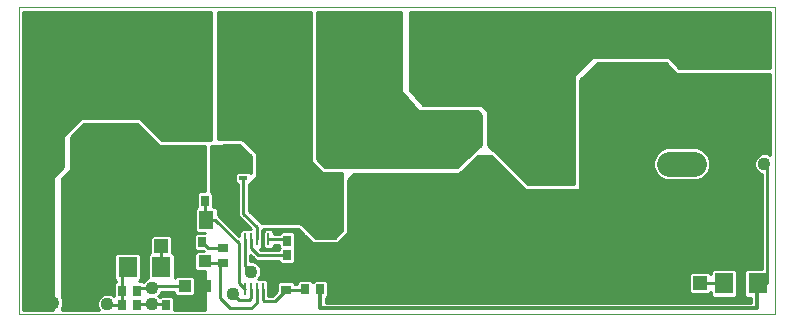
<source format=gtl>
G75*
G70*
%OFA0B0*%
%FSLAX24Y24*%
%IPPOS*%
%LPD*%
%AMOC8*
5,1,8,0,0,1.08239X$1,22.5*
%
%ADD10C,0.0000*%
%ADD11R,0.0098X0.0394*%
%ADD12R,0.0630X0.1063*%
%ADD13R,0.0433X0.0394*%
%ADD14R,0.0276X0.0354*%
%ADD15R,0.0354X0.0276*%
%ADD16R,0.0512X0.0591*%
%ADD17R,0.0630X0.0787*%
%ADD18R,0.0941X0.3740*%
%ADD19R,0.3429X0.0937*%
%ADD20R,0.2453X0.2654*%
%ADD21R,0.0898X0.0639*%
%ADD22R,0.0315X0.0134*%
%ADD23R,0.0512X0.0134*%
%ADD24R,0.0673X0.0902*%
%ADD25C,0.0827*%
%ADD26R,0.0358X0.0480*%
%ADD27R,0.0472X0.0472*%
%ADD28R,0.0630X0.0710*%
%ADD29C,0.0594*%
%ADD30C,0.0436*%
%ADD31C,0.0100*%
%ADD32C,0.0120*%
D10*
X003235Y004959D02*
X003235Y015195D01*
X028432Y015195D01*
X028432Y004959D01*
X003235Y004959D01*
D11*
X010765Y005800D03*
X010962Y005800D03*
X011159Y005800D03*
X011355Y005800D03*
X011552Y005800D03*
X011552Y007464D03*
X011355Y007464D03*
X011159Y007464D03*
X010962Y007464D03*
X010765Y007464D03*
D12*
X005066Y007616D03*
X003964Y007616D03*
X003964Y006337D03*
X005066Y006337D03*
X005066Y008896D03*
X003964Y008896D03*
X012527Y010667D03*
X013629Y010667D03*
X013629Y011947D03*
X012527Y011947D03*
X012527Y013226D03*
X013629Y013226D03*
X013629Y014506D03*
X012527Y014506D03*
D13*
X009426Y006730D03*
X008757Y006730D03*
X008757Y005894D03*
X009426Y005894D03*
D14*
X008659Y005254D03*
X008147Y005254D03*
X007182Y005254D03*
X006670Y005254D03*
X006670Y005746D03*
X007182Y005746D03*
X008836Y007370D03*
X009347Y007370D03*
X009426Y008748D03*
X009938Y008748D03*
X012182Y007419D03*
X012694Y007419D03*
X012694Y006927D03*
X012182Y006927D03*
X012773Y005795D03*
X013284Y005795D03*
D15*
X012143Y005786D03*
X012143Y006297D03*
X010027Y006671D03*
X010027Y007183D03*
D16*
X009475Y008108D03*
X008806Y008108D03*
D17*
X008885Y009880D03*
X009987Y009880D03*
D18*
X011090Y012882D03*
X008471Y012882D03*
D19*
X016720Y011091D03*
X016720Y008473D03*
D20*
X018033Y013423D03*
D21*
X015220Y012526D03*
X015220Y014321D03*
D22*
X010716Y010264D03*
X010716Y010008D03*
X010716Y009752D03*
X010716Y009496D03*
D23*
X011798Y009496D03*
X011798Y009752D03*
X011798Y010008D03*
X011798Y010264D03*
D24*
X011462Y009880D03*
D25*
X006700Y010569D02*
X005873Y010569D01*
X005873Y012537D02*
X006700Y012537D01*
X024918Y012242D02*
X025745Y012242D01*
X025745Y014211D02*
X024918Y014211D01*
X024918Y009978D02*
X025745Y009978D01*
X025745Y008010D02*
X024918Y008010D01*
D26*
X005159Y005352D03*
X003871Y005352D03*
D27*
X007153Y007223D03*
X007979Y007223D03*
X025115Y005992D03*
X025942Y005992D03*
D28*
X026740Y005992D03*
X027860Y005992D03*
X007978Y006534D03*
X006859Y006534D03*
D29*
X021050Y007961D03*
X021050Y009929D03*
X022534Y012334D03*
X021142Y013726D03*
D30*
X020460Y014161D03*
X021838Y014654D03*
X023659Y014211D03*
X025381Y013473D03*
X026907Y013866D03*
X027546Y011799D03*
X024692Y011455D03*
X022723Y011750D03*
X021001Y011701D03*
X020509Y012341D03*
X020706Y012882D03*
X019279Y011750D03*
X019525Y011160D03*
X018934Y009782D03*
X019279Y008847D03*
X021641Y007518D03*
X021887Y008305D03*
X023708Y007518D03*
X025086Y006681D03*
X025430Y007223D03*
X023954Y006337D03*
X023757Y005549D03*
X021739Y005549D03*
X019721Y005549D03*
X017753Y005549D03*
X015538Y005549D03*
X014111Y005549D03*
X014210Y006435D03*
X014800Y006829D03*
X014456Y007518D03*
X015489Y007518D03*
X013471Y007075D03*
X012684Y006386D03*
X011651Y006435D03*
X010962Y006386D03*
X010371Y005648D03*
X007664Y005845D03*
X007664Y005303D03*
X006188Y005303D03*
X005893Y006484D03*
X006533Y007419D03*
X005893Y008108D03*
X007123Y008994D03*
X007812Y008305D03*
X008550Y008945D03*
X007960Y010077D03*
X005893Y009339D03*
X010223Y011061D03*
X010223Y011652D03*
X010223Y012242D03*
X010223Y012882D03*
X010223Y013522D03*
X010223Y014112D03*
X010223Y014752D03*
X007615Y014801D03*
X006483Y014801D03*
X006483Y014112D03*
X007615Y014063D03*
X007615Y012980D03*
X007566Y011849D03*
X004810Y012193D03*
X003678Y012242D03*
X003678Y013276D03*
X004958Y014112D03*
X004958Y014801D03*
X003727Y014703D03*
X011355Y010667D03*
X011897Y010667D03*
X012389Y009831D03*
X012930Y009831D03*
X017655Y007469D03*
X019672Y007469D03*
X022527Y009634D03*
X023708Y010126D03*
X026513Y009043D03*
X028088Y009978D03*
X027349Y007567D03*
X016473Y012685D03*
X016473Y013226D03*
X016473Y013817D03*
X016473Y014358D03*
X004367Y005352D03*
D31*
X003871Y005352D01*
X003385Y005353D02*
X004367Y005353D01*
X004367Y005451D02*
X003385Y005451D01*
X003385Y005550D02*
X004367Y005550D01*
X004367Y005649D02*
X003385Y005649D01*
X003385Y005747D02*
X004367Y005747D01*
X004367Y005846D02*
X003385Y005846D01*
X003385Y005944D02*
X004367Y005944D01*
X004367Y006043D02*
X003385Y006043D01*
X003385Y006141D02*
X004367Y006141D01*
X004367Y006240D02*
X003385Y006240D01*
X003385Y006338D02*
X004367Y006338D01*
X004367Y006437D02*
X003385Y006437D01*
X003385Y006535D02*
X004367Y006535D01*
X004367Y006634D02*
X003385Y006634D01*
X003385Y006733D02*
X004367Y006733D01*
X004367Y006831D02*
X003385Y006831D01*
X003385Y006930D02*
X004367Y006930D01*
X004367Y007028D02*
X003385Y007028D01*
X003385Y007127D02*
X004367Y007127D01*
X004367Y007225D02*
X003385Y007225D01*
X003385Y007324D02*
X004367Y007324D01*
X004367Y007422D02*
X003385Y007422D01*
X003385Y007521D02*
X004367Y007521D01*
X004367Y007619D02*
X003385Y007619D01*
X003385Y007718D02*
X004367Y007718D01*
X004367Y007816D02*
X003385Y007816D01*
X003385Y007915D02*
X004367Y007915D01*
X004367Y008014D02*
X003385Y008014D01*
X003385Y008112D02*
X004367Y008112D01*
X004367Y008211D02*
X003385Y008211D01*
X003385Y008309D02*
X004367Y008309D01*
X004367Y008408D02*
X003385Y008408D01*
X003385Y008506D02*
X004367Y008506D01*
X004367Y008605D02*
X003385Y008605D01*
X003385Y008703D02*
X004367Y008703D01*
X004367Y008802D02*
X003385Y008802D01*
X003385Y008900D02*
X004367Y008900D01*
X004367Y008999D02*
X003385Y008999D01*
X003385Y009098D02*
X004367Y009098D01*
X004367Y009196D02*
X003385Y009196D01*
X003385Y009295D02*
X004367Y009295D01*
X004367Y009393D02*
X003385Y009393D01*
X003385Y009492D02*
X004367Y009492D01*
X004367Y009536D02*
X004367Y005109D01*
X003385Y005109D01*
X003385Y015045D01*
X009633Y015045D01*
X009633Y010766D01*
X008009Y010766D01*
X007271Y011504D01*
X005302Y011504D01*
X004712Y010913D01*
X004712Y009880D01*
X004367Y009536D01*
X004422Y009590D02*
X003385Y009590D01*
X003385Y009689D02*
X004520Y009689D01*
X004619Y009787D02*
X003385Y009787D01*
X003385Y009886D02*
X004712Y009886D01*
X004712Y009984D02*
X003385Y009984D01*
X003385Y010083D02*
X004712Y010083D01*
X004712Y010182D02*
X003385Y010182D01*
X003385Y010280D02*
X004712Y010280D01*
X004712Y010379D02*
X003385Y010379D01*
X003385Y010477D02*
X004712Y010477D01*
X004712Y010576D02*
X003385Y010576D01*
X003385Y010674D02*
X004712Y010674D01*
X004712Y010773D02*
X003385Y010773D01*
X003385Y010871D02*
X004712Y010871D01*
X004768Y010970D02*
X003385Y010970D01*
X003385Y011068D02*
X004867Y011068D01*
X004965Y011167D02*
X003385Y011167D01*
X003385Y011266D02*
X005064Y011266D01*
X005162Y011364D02*
X003385Y011364D01*
X003385Y011463D02*
X005261Y011463D01*
X005401Y011307D02*
X007172Y011307D01*
X007910Y010569D01*
X009436Y010569D01*
X009436Y009055D01*
X009235Y009055D01*
X009158Y008979D01*
X009158Y008526D01*
X009090Y008457D01*
X009090Y007759D01*
X009166Y007683D01*
X009436Y007683D01*
X009436Y007677D01*
X009156Y007677D01*
X009080Y007601D01*
X009080Y007139D01*
X009156Y007063D01*
X009400Y007063D01*
X009406Y007057D01*
X009156Y007057D01*
X009080Y006981D01*
X009080Y006480D01*
X009156Y006404D01*
X009436Y006404D01*
X009436Y005109D01*
X008414Y005109D01*
X008414Y005485D01*
X008338Y005561D01*
X007955Y005561D01*
X007927Y005533D01*
X007886Y005574D01*
X007959Y005647D01*
X007987Y005714D01*
X008410Y005714D01*
X008410Y005643D01*
X008487Y005567D01*
X009027Y005567D01*
X009103Y005643D01*
X009103Y006144D01*
X009027Y006221D01*
X008487Y006221D01*
X008423Y006157D01*
X008423Y006942D01*
X008347Y007018D01*
X008346Y007018D01*
X008346Y007513D01*
X008269Y007589D01*
X007689Y007589D01*
X007613Y007513D01*
X007613Y007018D01*
X007609Y007018D01*
X007533Y006942D01*
X007533Y006167D01*
X007467Y006140D01*
X007377Y006050D01*
X007374Y006053D01*
X007232Y006053D01*
X007303Y006125D01*
X007303Y006942D01*
X007227Y007018D01*
X006490Y007018D01*
X006414Y006942D01*
X006414Y006125D01*
X006485Y006053D01*
X006479Y006053D01*
X006403Y005977D01*
X006403Y005581D01*
X006385Y005598D01*
X006257Y005651D01*
X006119Y005651D01*
X005991Y005598D01*
X005893Y005500D01*
X005840Y005372D01*
X005840Y005234D01*
X005892Y005109D01*
X004662Y005109D01*
X004662Y005156D01*
X005872Y005156D01*
X005840Y005254D02*
X004703Y005254D01*
X004715Y005283D02*
X004715Y005422D01*
X004662Y005549D01*
X004662Y009486D01*
X004958Y009782D01*
X004958Y010864D01*
X005401Y011307D01*
X005359Y011266D02*
X007214Y011266D01*
X007312Y011167D02*
X005260Y011167D01*
X005162Y011068D02*
X007411Y011068D01*
X007510Y010970D02*
X005063Y010970D01*
X004965Y010871D02*
X007608Y010871D01*
X007707Y010773D02*
X004958Y010773D01*
X004958Y010674D02*
X007805Y010674D01*
X007904Y010576D02*
X004958Y010576D01*
X004958Y010477D02*
X009436Y010477D01*
X009436Y010379D02*
X004958Y010379D01*
X004958Y010280D02*
X009436Y010280D01*
X009436Y010182D02*
X004958Y010182D01*
X004958Y010083D02*
X009436Y010083D01*
X009436Y009984D02*
X004958Y009984D01*
X004958Y009886D02*
X009436Y009886D01*
X009436Y009787D02*
X004958Y009787D01*
X004865Y009689D02*
X009436Y009689D01*
X009436Y009590D02*
X004766Y009590D01*
X004668Y009492D02*
X009436Y009492D01*
X009436Y009393D02*
X004662Y009393D01*
X004662Y009295D02*
X009436Y009295D01*
X009436Y009196D02*
X004662Y009196D01*
X004662Y009098D02*
X009436Y009098D01*
X009633Y009098D02*
X010536Y009098D01*
X010536Y009196D02*
X009633Y009196D01*
X009633Y009295D02*
X010536Y009295D01*
X010536Y009299D02*
X010536Y008231D01*
X010641Y008125D01*
X010976Y007791D01*
X010868Y007791D01*
X010662Y007791D01*
X010586Y007715D01*
X010586Y007558D01*
X009861Y008282D01*
X009861Y008457D01*
X009785Y008534D01*
X009694Y008534D01*
X009694Y008979D01*
X009633Y009040D01*
X009633Y010569D01*
X010027Y010569D01*
X010076Y010618D01*
X010568Y010618D01*
X010962Y010224D01*
X010962Y009683D01*
X010949Y009671D01*
X010927Y009693D01*
X010504Y009693D01*
X010428Y009617D01*
X010428Y009375D01*
X010504Y009299D01*
X010536Y009299D01*
X010428Y009393D02*
X009633Y009393D01*
X009633Y009492D02*
X010428Y009492D01*
X010428Y009590D02*
X009633Y009590D01*
X009633Y009689D02*
X010500Y009689D01*
X010716Y009752D02*
X010716Y010008D01*
X010716Y010264D01*
X010808Y010379D02*
X009633Y010379D01*
X009633Y010477D02*
X010709Y010477D01*
X010610Y010576D02*
X010033Y010576D01*
X009879Y010815D02*
X010666Y010815D01*
X011159Y010323D01*
X011159Y009536D01*
X011003Y009380D01*
X011003Y009375D01*
X010927Y009299D01*
X010922Y009299D01*
X010912Y009289D01*
X010912Y008404D01*
X011326Y007990D01*
X011330Y007993D01*
X012462Y007993D01*
X012611Y007993D01*
X012643Y007961D01*
X012684Y007961D01*
X013127Y007518D01*
X013767Y007518D01*
X014013Y007764D01*
X014013Y009683D01*
X013324Y009683D01*
X012979Y010028D01*
X012979Y015045D01*
X009879Y015045D01*
X009879Y010815D01*
X009879Y010871D02*
X012979Y010871D01*
X012979Y010773D02*
X010709Y010773D01*
X010807Y010674D02*
X012979Y010674D01*
X012979Y010576D02*
X010906Y010576D01*
X011004Y010477D02*
X012979Y010477D01*
X012979Y010379D02*
X011103Y010379D01*
X011159Y010280D02*
X012979Y010280D01*
X012979Y010182D02*
X011159Y010182D01*
X011159Y010083D02*
X012979Y010083D01*
X013023Y009984D02*
X011159Y009984D01*
X011159Y009886D02*
X013121Y009886D01*
X013220Y009787D02*
X011159Y009787D01*
X011159Y009689D02*
X013318Y009689D01*
X013422Y009880D02*
X013176Y010126D01*
X013176Y015045D01*
X015981Y015045D01*
X015981Y012390D01*
X016523Y011750D01*
X018491Y011750D01*
X018639Y011602D01*
X018639Y010618D01*
X017851Y009880D01*
X013422Y009880D01*
X013416Y009886D02*
X017858Y009886D01*
X017963Y009984D02*
X013318Y009984D01*
X013219Y010083D02*
X018068Y010083D01*
X018173Y010182D02*
X013176Y010182D01*
X013176Y010280D02*
X018278Y010280D01*
X018383Y010379D02*
X013176Y010379D01*
X013176Y010477D02*
X018488Y010477D01*
X018594Y010576D02*
X013176Y010576D01*
X013176Y010674D02*
X018639Y010674D01*
X018639Y010773D02*
X013176Y010773D01*
X013176Y010871D02*
X018639Y010871D01*
X018639Y010970D02*
X013176Y010970D01*
X013176Y011068D02*
X018639Y011068D01*
X018639Y011167D02*
X013176Y011167D01*
X013176Y011266D02*
X018639Y011266D01*
X018639Y011364D02*
X013176Y011364D01*
X013176Y011463D02*
X018639Y011463D01*
X018639Y011561D02*
X013176Y011561D01*
X013176Y011660D02*
X018582Y011660D01*
X018778Y011857D02*
X021739Y011857D01*
X021739Y011955D02*
X016712Y011955D01*
X016720Y011947D02*
X016277Y012439D01*
X016277Y015045D01*
X028282Y015045D01*
X028282Y013177D01*
X025233Y013177D01*
X024889Y013522D01*
X022330Y013522D01*
X021739Y012931D01*
X021739Y009289D01*
X020214Y009289D01*
X018885Y010618D01*
X018885Y011750D01*
X018688Y011947D01*
X016720Y011947D01*
X016623Y012054D02*
X021739Y012054D01*
X021739Y012152D02*
X016535Y012152D01*
X016446Y012251D02*
X021739Y012251D01*
X021739Y012349D02*
X016357Y012349D01*
X016277Y012448D02*
X021739Y012448D01*
X021739Y012547D02*
X016277Y012547D01*
X016277Y012645D02*
X021739Y012645D01*
X021739Y012744D02*
X016277Y012744D01*
X016277Y012842D02*
X021739Y012842D01*
X021749Y012941D02*
X016277Y012941D01*
X016277Y013039D02*
X021847Y013039D01*
X021946Y013138D02*
X016277Y013138D01*
X016277Y013236D02*
X022044Y013236D01*
X022143Y013335D02*
X016277Y013335D01*
X016277Y013433D02*
X022241Y013433D01*
X022527Y013325D02*
X024790Y013325D01*
X025135Y012980D01*
X028282Y012980D01*
X028282Y010275D01*
X028157Y010326D01*
X028018Y010326D01*
X027890Y010274D01*
X027793Y010176D01*
X027740Y010048D01*
X027740Y009909D01*
X027793Y009781D01*
X027890Y009683D01*
X028006Y009635D01*
X028006Y006477D01*
X027491Y006477D01*
X027415Y006401D01*
X027415Y005583D01*
X027491Y005507D01*
X027652Y005507D01*
X027652Y005346D01*
X013474Y005346D01*
X013474Y005488D01*
X013476Y005488D01*
X013552Y005564D01*
X013552Y006026D01*
X013476Y006102D01*
X013093Y006102D01*
X013029Y006038D01*
X012964Y006102D01*
X012581Y006102D01*
X012505Y006026D01*
X012505Y005965D01*
X012450Y005965D01*
X012450Y005977D01*
X012374Y006053D01*
X011912Y006053D01*
X011836Y005977D01*
X011836Y005733D01*
X011684Y005582D01*
X011535Y005582D01*
X011535Y005875D01*
X011535Y005875D01*
X011535Y006051D01*
X011458Y006127D01*
X011252Y006127D01*
X011195Y006127D01*
X011257Y006189D01*
X011310Y006317D01*
X011310Y006455D01*
X011257Y006583D01*
X011159Y006681D01*
X011031Y006734D01*
X010945Y006734D01*
X010945Y006936D01*
X011028Y006853D01*
X011133Y006747D01*
X011914Y006747D01*
X011914Y006696D01*
X011990Y006620D01*
X012374Y006620D01*
X012450Y006696D01*
X012450Y007158D01*
X012435Y007173D01*
X012450Y007188D01*
X012450Y007650D01*
X012374Y007726D01*
X011990Y007726D01*
X011914Y007650D01*
X011914Y007644D01*
X011731Y007644D01*
X011731Y007715D01*
X011682Y007764D01*
X012536Y007764D01*
X013029Y007321D01*
X013865Y007321D01*
X014210Y007665D01*
X014210Y009437D01*
X014407Y009634D01*
X017901Y009634D01*
X018540Y010224D01*
X018983Y010224D01*
X020115Y009093D01*
X021936Y009093D01*
X021936Y012784D01*
X022527Y013325D01*
X022430Y013236D02*
X024879Y013236D01*
X024977Y013138D02*
X022323Y013138D01*
X022215Y013039D02*
X025076Y013039D01*
X025174Y013236D02*
X028282Y013236D01*
X028282Y013335D02*
X025076Y013335D01*
X024977Y013433D02*
X028282Y013433D01*
X028282Y013532D02*
X016277Y013532D01*
X016277Y013631D02*
X028282Y013631D01*
X028282Y013729D02*
X016277Y013729D01*
X016277Y013828D02*
X028282Y013828D01*
X028282Y013926D02*
X016277Y013926D01*
X016277Y014025D02*
X028282Y014025D01*
X028282Y014123D02*
X016277Y014123D01*
X016277Y014222D02*
X028282Y014222D01*
X028282Y014320D02*
X016277Y014320D01*
X016277Y014419D02*
X028282Y014419D01*
X028282Y014517D02*
X016277Y014517D01*
X016277Y014616D02*
X028282Y014616D01*
X028282Y014715D02*
X016277Y014715D01*
X016277Y014813D02*
X028282Y014813D01*
X028282Y014912D02*
X016277Y014912D01*
X016277Y015010D02*
X028282Y015010D01*
X028282Y012941D02*
X022108Y012941D01*
X022000Y012842D02*
X028282Y012842D01*
X028282Y012744D02*
X021936Y012744D01*
X021936Y012645D02*
X028282Y012645D01*
X028282Y012547D02*
X021936Y012547D01*
X021936Y012448D02*
X028282Y012448D01*
X028282Y012349D02*
X021936Y012349D01*
X021936Y012251D02*
X028282Y012251D01*
X028282Y012152D02*
X021936Y012152D01*
X021936Y012054D02*
X028282Y012054D01*
X028282Y011955D02*
X021936Y011955D01*
X021936Y011857D02*
X028282Y011857D01*
X028282Y011758D02*
X021936Y011758D01*
X021936Y011660D02*
X028282Y011660D01*
X028282Y011561D02*
X021936Y011561D01*
X021936Y011463D02*
X028282Y011463D01*
X028282Y011364D02*
X021936Y011364D01*
X021936Y011266D02*
X028282Y011266D01*
X028282Y011167D02*
X021936Y011167D01*
X021936Y011068D02*
X028282Y011068D01*
X028282Y010970D02*
X021936Y010970D01*
X021936Y010871D02*
X028282Y010871D01*
X028282Y010773D02*
X021936Y010773D01*
X021936Y010674D02*
X028282Y010674D01*
X028282Y010576D02*
X021936Y010576D01*
X021936Y010477D02*
X024703Y010477D01*
X024611Y010439D02*
X024810Y010522D01*
X025853Y010522D01*
X026053Y010439D01*
X026206Y010286D01*
X026288Y010086D01*
X026288Y009870D01*
X026206Y009671D01*
X026053Y009518D01*
X025853Y009435D01*
X024810Y009435D01*
X024611Y009518D01*
X024458Y009671D01*
X024375Y009870D01*
X024375Y010086D01*
X024458Y010286D01*
X024611Y010439D01*
X024550Y010379D02*
X021936Y010379D01*
X021936Y010280D02*
X024455Y010280D01*
X024414Y010182D02*
X021936Y010182D01*
X021936Y010083D02*
X024375Y010083D01*
X024375Y009984D02*
X021936Y009984D01*
X021936Y009886D02*
X024375Y009886D01*
X024409Y009787D02*
X021936Y009787D01*
X021936Y009689D02*
X024450Y009689D01*
X024538Y009590D02*
X021936Y009590D01*
X021936Y009492D02*
X024673Y009492D01*
X025990Y009492D02*
X028006Y009492D01*
X028006Y009590D02*
X026125Y009590D01*
X026213Y009689D02*
X027885Y009689D01*
X027790Y009787D02*
X026254Y009787D01*
X026288Y009886D02*
X027749Y009886D01*
X027740Y009984D02*
X026288Y009984D01*
X026288Y010083D02*
X027754Y010083D01*
X027798Y010182D02*
X026249Y010182D01*
X026208Y010280D02*
X027906Y010280D01*
X028269Y010280D02*
X028282Y010280D01*
X028282Y010379D02*
X026113Y010379D01*
X025961Y010477D02*
X028282Y010477D01*
X028186Y009978D02*
X028088Y009978D01*
X028186Y009978D02*
X028186Y005992D01*
X027860Y005992D01*
X027415Y005944D02*
X027185Y005944D01*
X027185Y005846D02*
X027415Y005846D01*
X027415Y005747D02*
X027185Y005747D01*
X027185Y005649D02*
X027415Y005649D01*
X027449Y005550D02*
X027152Y005550D01*
X027185Y005583D02*
X027185Y006401D01*
X027109Y006477D01*
X026372Y006477D01*
X026295Y006401D01*
X026295Y006295D01*
X026232Y006358D01*
X025652Y006358D01*
X025576Y006282D01*
X025576Y005702D01*
X025652Y005626D01*
X026232Y005626D01*
X026295Y005689D01*
X026295Y005583D01*
X026372Y005507D01*
X027109Y005507D01*
X027185Y005583D01*
X027652Y005451D02*
X013474Y005451D01*
X013474Y005353D02*
X027652Y005353D01*
X027415Y006043D02*
X027185Y006043D01*
X027185Y006141D02*
X027415Y006141D01*
X027415Y006240D02*
X027185Y006240D01*
X027185Y006338D02*
X027415Y006338D01*
X027451Y006437D02*
X027149Y006437D01*
X026740Y005992D02*
X025942Y005992D01*
X025576Y005944D02*
X013552Y005944D01*
X013552Y005846D02*
X025576Y005846D01*
X025576Y005747D02*
X013552Y005747D01*
X013552Y005649D02*
X025629Y005649D01*
X025576Y006043D02*
X013536Y006043D01*
X013033Y006043D02*
X013024Y006043D01*
X012773Y005795D02*
X012763Y005786D01*
X012143Y005786D01*
X011759Y005402D01*
X011405Y005402D01*
X011355Y005451D01*
X011355Y005800D01*
X011535Y005846D02*
X011836Y005846D01*
X011836Y005944D02*
X011535Y005944D01*
X011535Y006043D02*
X011901Y006043D01*
X011651Y005898D02*
X011651Y006435D01*
X011310Y006437D02*
X026331Y006437D01*
X026295Y006338D02*
X026252Y006338D01*
X025632Y006338D02*
X011310Y006338D01*
X011278Y006240D02*
X025576Y006240D01*
X025576Y006141D02*
X011209Y006141D01*
X011159Y005800D02*
X011159Y005352D01*
X010962Y005156D01*
X010273Y005156D01*
X009928Y005500D01*
X009928Y006573D01*
X010027Y006671D01*
X009485Y006671D01*
X009426Y006730D01*
X009080Y006733D02*
X008423Y006733D01*
X008423Y006831D02*
X009080Y006831D01*
X009080Y006930D02*
X008423Y006930D01*
X008346Y007028D02*
X009127Y007028D01*
X009092Y007127D02*
X008346Y007127D01*
X008346Y007225D02*
X009080Y007225D01*
X009080Y007324D02*
X008346Y007324D01*
X008346Y007422D02*
X009080Y007422D01*
X009080Y007521D02*
X008337Y007521D01*
X007979Y007223D02*
X007978Y007221D01*
X007978Y006534D01*
X008423Y006535D02*
X009080Y006535D01*
X009080Y006634D02*
X008423Y006634D01*
X008423Y006437D02*
X009122Y006437D01*
X009436Y006338D02*
X008423Y006338D01*
X008423Y006240D02*
X009436Y006240D01*
X009436Y006141D02*
X009103Y006141D01*
X009103Y006043D02*
X009436Y006043D01*
X009436Y005944D02*
X009103Y005944D01*
X009103Y005846D02*
X009436Y005846D01*
X009436Y005747D02*
X009103Y005747D01*
X009103Y005649D02*
X009436Y005649D01*
X009436Y005550D02*
X008349Y005550D01*
X008410Y005649D02*
X007960Y005649D01*
X007944Y005550D02*
X007910Y005550D01*
X008097Y005303D02*
X007664Y005303D01*
X007231Y005303D01*
X007182Y005254D01*
X006670Y005254D02*
X006237Y005254D01*
X006188Y005303D01*
X005943Y005550D02*
X004662Y005550D01*
X004662Y005649D02*
X006112Y005649D01*
X006264Y005649D02*
X006403Y005649D01*
X006403Y005747D02*
X004662Y005747D01*
X004662Y005846D02*
X006403Y005846D01*
X006403Y005944D02*
X004662Y005944D01*
X004662Y006043D02*
X006468Y006043D01*
X006414Y006141D02*
X004662Y006141D01*
X004662Y006240D02*
X006414Y006240D01*
X006414Y006338D02*
X004662Y006338D01*
X004662Y006437D02*
X006414Y006437D01*
X006414Y006535D02*
X004662Y006535D01*
X004662Y006634D02*
X006414Y006634D01*
X006414Y006733D02*
X004662Y006733D01*
X004662Y006831D02*
X006414Y006831D01*
X006414Y006930D02*
X004662Y006930D01*
X004662Y007028D02*
X007613Y007028D01*
X007613Y007127D02*
X004662Y007127D01*
X004662Y007225D02*
X007613Y007225D01*
X007613Y007324D02*
X004662Y007324D01*
X004662Y007422D02*
X007613Y007422D01*
X007621Y007521D02*
X004662Y007521D01*
X004662Y007619D02*
X009098Y007619D01*
X009131Y007718D02*
X004662Y007718D01*
X004662Y007816D02*
X009090Y007816D01*
X009090Y007915D02*
X004662Y007915D01*
X004662Y008014D02*
X009090Y008014D01*
X009090Y008112D02*
X004662Y008112D01*
X004662Y008211D02*
X009090Y008211D01*
X009090Y008309D02*
X004662Y008309D01*
X004662Y008408D02*
X009090Y008408D01*
X009138Y008506D02*
X004662Y008506D01*
X004662Y008605D02*
X009158Y008605D01*
X009158Y008703D02*
X004662Y008703D01*
X004662Y008802D02*
X009158Y008802D01*
X009158Y008900D02*
X004662Y008900D01*
X004662Y008999D02*
X009178Y008999D01*
X009674Y008999D02*
X010536Y008999D01*
X010536Y008900D02*
X009694Y008900D01*
X009694Y008802D02*
X010536Y008802D01*
X010536Y008703D02*
X009694Y008703D01*
X009694Y008605D02*
X010536Y008605D01*
X010536Y008506D02*
X009812Y008506D01*
X009861Y008408D02*
X010536Y008408D01*
X010536Y008309D02*
X009861Y008309D01*
X009933Y008211D02*
X010556Y008211D01*
X010654Y008112D02*
X010031Y008112D01*
X010130Y008014D02*
X010753Y008014D01*
X010851Y007915D02*
X010228Y007915D01*
X010327Y007816D02*
X010950Y007816D01*
X011159Y007862D02*
X010716Y008305D01*
X010716Y009496D01*
X010918Y009295D02*
X014013Y009295D01*
X014013Y009393D02*
X011016Y009393D01*
X011115Y009492D02*
X014013Y009492D01*
X014013Y009590D02*
X011159Y009590D01*
X010962Y009689D02*
X010931Y009689D01*
X010962Y009787D02*
X009633Y009787D01*
X009633Y009886D02*
X010962Y009886D01*
X010962Y009984D02*
X009633Y009984D01*
X009633Y010083D02*
X010962Y010083D01*
X010962Y010182D02*
X009633Y010182D01*
X009633Y010280D02*
X010906Y010280D01*
X009987Y009880D02*
X009938Y009831D01*
X009938Y008748D01*
X009426Y008748D02*
X009426Y008158D01*
X009475Y008108D01*
X009781Y008108D01*
X010568Y007321D01*
X010568Y005997D01*
X010765Y005800D01*
X010962Y005800D02*
X010962Y005500D01*
X010912Y005451D01*
X010568Y005451D01*
X010371Y005648D01*
X009436Y005451D02*
X008414Y005451D01*
X008414Y005353D02*
X009436Y005353D01*
X009436Y005254D02*
X008414Y005254D01*
X008414Y005156D02*
X009436Y005156D01*
X008757Y005894D02*
X007714Y005894D01*
X007664Y005845D01*
X007281Y005845D01*
X007182Y005746D01*
X007303Y006141D02*
X007471Y006141D01*
X007533Y006240D02*
X007303Y006240D01*
X007303Y006338D02*
X007533Y006338D01*
X007533Y006437D02*
X007303Y006437D01*
X007303Y006535D02*
X007533Y006535D01*
X007533Y006634D02*
X007303Y006634D01*
X007303Y006733D02*
X007533Y006733D01*
X007533Y006831D02*
X007303Y006831D01*
X007303Y006930D02*
X007533Y006930D01*
X006859Y006534D02*
X006670Y006345D01*
X006670Y005746D01*
X006670Y005254D01*
X005873Y005451D02*
X004703Y005451D01*
X004715Y005353D02*
X005840Y005353D01*
X004715Y005283D02*
X004662Y005156D01*
X004367Y005156D02*
X003385Y005156D01*
X003385Y005254D02*
X004367Y005254D01*
X008097Y005303D02*
X008147Y005254D01*
X010765Y006583D02*
X010962Y006386D01*
X010765Y006583D02*
X010765Y007464D01*
X010962Y007464D02*
X010962Y007173D01*
X011208Y006927D01*
X012182Y006927D01*
X012450Y006930D02*
X028006Y006930D01*
X028006Y007028D02*
X012450Y007028D01*
X012450Y007127D02*
X028006Y007127D01*
X028006Y007225D02*
X012450Y007225D01*
X012450Y007324D02*
X013025Y007324D01*
X012916Y007422D02*
X012450Y007422D01*
X012450Y007521D02*
X012806Y007521D01*
X012697Y007619D02*
X012450Y007619D01*
X012382Y007718D02*
X012587Y007718D01*
X012536Y007813D02*
X012694Y007656D01*
X012694Y007419D01*
X012694Y006927D01*
X012694Y006849D01*
X012143Y006297D01*
X012049Y006297D01*
X011651Y005898D01*
X011552Y005800D01*
X011535Y005747D02*
X011836Y005747D01*
X011751Y005649D02*
X011535Y005649D01*
X012384Y006043D02*
X012521Y006043D01*
X012388Y006634D02*
X028006Y006634D01*
X028006Y006733D02*
X012450Y006733D01*
X012450Y006831D02*
X028006Y006831D01*
X028006Y006535D02*
X011276Y006535D01*
X011206Y006634D02*
X011977Y006634D01*
X011914Y006733D02*
X011034Y006733D01*
X011049Y006831D02*
X010945Y006831D01*
X010945Y006930D02*
X010951Y006930D01*
X011265Y007124D02*
X011282Y007107D01*
X011914Y007107D01*
X011914Y007158D01*
X011929Y007173D01*
X011914Y007188D01*
X011914Y007284D01*
X011731Y007284D01*
X011731Y007213D01*
X011655Y007137D01*
X011449Y007137D01*
X011373Y007213D01*
X011373Y007389D01*
X011372Y007389D01*
X011372Y007538D01*
X011373Y007539D01*
X011373Y007715D01*
X011422Y007764D01*
X011338Y007764D01*
X011338Y007389D01*
X011338Y007389D01*
X011338Y007213D01*
X011306Y007182D01*
X011306Y007124D01*
X011265Y007124D01*
X011306Y007127D02*
X011914Y007127D01*
X011914Y007225D02*
X011731Y007225D01*
X011552Y007464D02*
X012138Y007464D01*
X012182Y007419D01*
X011982Y007718D02*
X011728Y007718D01*
X011405Y007813D02*
X012536Y007813D01*
X012730Y007915D02*
X014013Y007915D01*
X014013Y007816D02*
X012828Y007816D01*
X012927Y007718D02*
X013967Y007718D01*
X013868Y007619D02*
X013025Y007619D01*
X013124Y007521D02*
X013770Y007521D01*
X013967Y007422D02*
X028006Y007422D01*
X028006Y007324D02*
X013868Y007324D01*
X014065Y007521D02*
X028006Y007521D01*
X028006Y007619D02*
X014164Y007619D01*
X014210Y007718D02*
X028006Y007718D01*
X028006Y007816D02*
X014210Y007816D01*
X014210Y007915D02*
X028006Y007915D01*
X028006Y008014D02*
X014210Y008014D01*
X014210Y008112D02*
X028006Y008112D01*
X028006Y008211D02*
X014210Y008211D01*
X014210Y008309D02*
X028006Y008309D01*
X028006Y008408D02*
X014210Y008408D01*
X014210Y008506D02*
X028006Y008506D01*
X028006Y008605D02*
X014210Y008605D01*
X014210Y008703D02*
X028006Y008703D01*
X028006Y008802D02*
X014210Y008802D01*
X014210Y008900D02*
X028006Y008900D01*
X028006Y008999D02*
X014210Y008999D01*
X014210Y009098D02*
X020110Y009098D01*
X020012Y009196D02*
X014210Y009196D01*
X014210Y009295D02*
X019913Y009295D01*
X019815Y009393D02*
X014210Y009393D01*
X014264Y009492D02*
X019716Y009492D01*
X019618Y009590D02*
X014363Y009590D01*
X014013Y009196D02*
X010912Y009196D01*
X010912Y009098D02*
X014013Y009098D01*
X014013Y008999D02*
X010912Y008999D01*
X010912Y008900D02*
X014013Y008900D01*
X014013Y008802D02*
X010912Y008802D01*
X010912Y008703D02*
X014013Y008703D01*
X014013Y008605D02*
X010912Y008605D01*
X010912Y008506D02*
X014013Y008506D01*
X014013Y008408D02*
X010912Y008408D01*
X011007Y008309D02*
X014013Y008309D01*
X014013Y008211D02*
X011105Y008211D01*
X011204Y008112D02*
X014013Y008112D01*
X014013Y008014D02*
X011302Y008014D01*
X011159Y007862D02*
X011159Y007464D01*
X011338Y007422D02*
X011372Y007422D01*
X011355Y007464D02*
X011355Y007764D01*
X011405Y007813D01*
X011376Y007718D02*
X011338Y007718D01*
X011338Y007619D02*
X011373Y007619D01*
X011372Y007521D02*
X011338Y007521D01*
X011338Y007324D02*
X011373Y007324D01*
X011373Y007225D02*
X011338Y007225D01*
X010586Y007619D02*
X010524Y007619D01*
X010589Y007718D02*
X010425Y007718D01*
X010027Y007183D02*
X009534Y007183D01*
X009347Y007370D01*
X013538Y005550D02*
X026329Y005550D01*
X026295Y005649D02*
X026255Y005649D01*
X028006Y009098D02*
X021936Y009098D01*
X021936Y009196D02*
X028006Y009196D01*
X028006Y009295D02*
X021936Y009295D01*
X021936Y009393D02*
X028006Y009393D01*
X021739Y009393D02*
X020110Y009393D01*
X020208Y009295D02*
X021739Y009295D01*
X021739Y009492D02*
X020011Y009492D01*
X019913Y009590D02*
X021739Y009590D01*
X021739Y009689D02*
X019814Y009689D01*
X019716Y009787D02*
X021739Y009787D01*
X021739Y009886D02*
X019617Y009886D01*
X019519Y009984D02*
X021739Y009984D01*
X021739Y010083D02*
X019420Y010083D01*
X019322Y010182D02*
X021739Y010182D01*
X021739Y010280D02*
X019223Y010280D01*
X019124Y010379D02*
X021739Y010379D01*
X021739Y010477D02*
X019026Y010477D01*
X018927Y010576D02*
X021739Y010576D01*
X021739Y010674D02*
X018885Y010674D01*
X018885Y010773D02*
X021739Y010773D01*
X021739Y010871D02*
X018885Y010871D01*
X018885Y010970D02*
X021739Y010970D01*
X021739Y011068D02*
X018885Y011068D01*
X018885Y011167D02*
X021739Y011167D01*
X021739Y011266D02*
X018885Y011266D01*
X018885Y011364D02*
X021739Y011364D01*
X021739Y011463D02*
X018885Y011463D01*
X018885Y011561D02*
X021739Y011561D01*
X021739Y011660D02*
X018885Y011660D01*
X018877Y011758D02*
X021739Y011758D01*
X019125Y010083D02*
X018387Y010083D01*
X018280Y009984D02*
X019223Y009984D01*
X019322Y009886D02*
X018174Y009886D01*
X018067Y009787D02*
X019420Y009787D01*
X019519Y009689D02*
X017960Y009689D01*
X018494Y010182D02*
X019026Y010182D01*
X016516Y011758D02*
X013176Y011758D01*
X013176Y011857D02*
X016432Y011857D01*
X016349Y011955D02*
X013176Y011955D01*
X013176Y012054D02*
X016266Y012054D01*
X016182Y012152D02*
X013176Y012152D01*
X013176Y012251D02*
X016099Y012251D01*
X016015Y012349D02*
X013176Y012349D01*
X013176Y012448D02*
X015981Y012448D01*
X015981Y012547D02*
X013176Y012547D01*
X013176Y012645D02*
X015981Y012645D01*
X015981Y012744D02*
X013176Y012744D01*
X013176Y012842D02*
X015981Y012842D01*
X015981Y012941D02*
X013176Y012941D01*
X013176Y013039D02*
X015981Y013039D01*
X015981Y013138D02*
X013176Y013138D01*
X013176Y013236D02*
X015981Y013236D01*
X015981Y013335D02*
X013176Y013335D01*
X013176Y013433D02*
X015981Y013433D01*
X015981Y013532D02*
X013176Y013532D01*
X013176Y013631D02*
X015981Y013631D01*
X015981Y013729D02*
X013176Y013729D01*
X013176Y013828D02*
X015981Y013828D01*
X015981Y013926D02*
X013176Y013926D01*
X013176Y014025D02*
X015981Y014025D01*
X015981Y014123D02*
X013176Y014123D01*
X013176Y014222D02*
X015981Y014222D01*
X015981Y014320D02*
X013176Y014320D01*
X013176Y014419D02*
X015981Y014419D01*
X015981Y014517D02*
X013176Y014517D01*
X013176Y014616D02*
X015981Y014616D01*
X015981Y014715D02*
X013176Y014715D01*
X013176Y014813D02*
X015981Y014813D01*
X015981Y014912D02*
X013176Y014912D01*
X013176Y015010D02*
X015981Y015010D01*
X012979Y015010D02*
X009879Y015010D01*
X009879Y014912D02*
X012979Y014912D01*
X012979Y014813D02*
X009879Y014813D01*
X009879Y014715D02*
X012979Y014715D01*
X012979Y014616D02*
X009879Y014616D01*
X009879Y014517D02*
X012979Y014517D01*
X012979Y014419D02*
X009879Y014419D01*
X009879Y014320D02*
X012979Y014320D01*
X012979Y014222D02*
X009879Y014222D01*
X009879Y014123D02*
X012979Y014123D01*
X012979Y014025D02*
X009879Y014025D01*
X009879Y013926D02*
X012979Y013926D01*
X012979Y013828D02*
X009879Y013828D01*
X009879Y013729D02*
X012979Y013729D01*
X012979Y013631D02*
X009879Y013631D01*
X009879Y013532D02*
X012979Y013532D01*
X012979Y013433D02*
X009879Y013433D01*
X009879Y013335D02*
X012979Y013335D01*
X012979Y013236D02*
X009879Y013236D01*
X009879Y013138D02*
X012979Y013138D01*
X012979Y013039D02*
X009879Y013039D01*
X009879Y012941D02*
X012979Y012941D01*
X012979Y012842D02*
X009879Y012842D01*
X009879Y012744D02*
X012979Y012744D01*
X012979Y012645D02*
X009879Y012645D01*
X009879Y012547D02*
X012979Y012547D01*
X012979Y012448D02*
X009879Y012448D01*
X009879Y012349D02*
X012979Y012349D01*
X012979Y012251D02*
X009879Y012251D01*
X009879Y012152D02*
X012979Y012152D01*
X012979Y012054D02*
X009879Y012054D01*
X009879Y011955D02*
X012979Y011955D01*
X012979Y011857D02*
X009879Y011857D01*
X009879Y011758D02*
X012979Y011758D01*
X012979Y011660D02*
X009879Y011660D01*
X009879Y011561D02*
X012979Y011561D01*
X012979Y011463D02*
X009879Y011463D01*
X009879Y011364D02*
X012979Y011364D01*
X012979Y011266D02*
X009879Y011266D01*
X009879Y011167D02*
X012979Y011167D01*
X012979Y011068D02*
X009879Y011068D01*
X009879Y010970D02*
X012979Y010970D01*
X009633Y010970D02*
X007805Y010970D01*
X007903Y010871D02*
X009633Y010871D01*
X009633Y010773D02*
X008002Y010773D01*
X007706Y011068D02*
X009633Y011068D01*
X009633Y011167D02*
X007608Y011167D01*
X007509Y011266D02*
X009633Y011266D01*
X009633Y011364D02*
X007411Y011364D01*
X007312Y011463D02*
X009633Y011463D01*
X009633Y011561D02*
X003385Y011561D01*
X003385Y011660D02*
X009633Y011660D01*
X009633Y011758D02*
X003385Y011758D01*
X003385Y011857D02*
X009633Y011857D01*
X009633Y011955D02*
X003385Y011955D01*
X003385Y012054D02*
X009633Y012054D01*
X009633Y012152D02*
X003385Y012152D01*
X003385Y012251D02*
X009633Y012251D01*
X009633Y012349D02*
X003385Y012349D01*
X003385Y012448D02*
X009633Y012448D01*
X009633Y012547D02*
X003385Y012547D01*
X003385Y012645D02*
X009633Y012645D01*
X009633Y012744D02*
X003385Y012744D01*
X003385Y012842D02*
X009633Y012842D01*
X009633Y012941D02*
X003385Y012941D01*
X003385Y013039D02*
X009633Y013039D01*
X009633Y013138D02*
X003385Y013138D01*
X003385Y013236D02*
X009633Y013236D01*
X009633Y013335D02*
X003385Y013335D01*
X003385Y013433D02*
X009633Y013433D01*
X009633Y013532D02*
X003385Y013532D01*
X003385Y013631D02*
X009633Y013631D01*
X009633Y013729D02*
X003385Y013729D01*
X003385Y013828D02*
X009633Y013828D01*
X009633Y013926D02*
X003385Y013926D01*
X003385Y014025D02*
X009633Y014025D01*
X009633Y014123D02*
X003385Y014123D01*
X003385Y014222D02*
X009633Y014222D01*
X009633Y014320D02*
X003385Y014320D01*
X003385Y014419D02*
X009633Y014419D01*
X009633Y014517D02*
X003385Y014517D01*
X003385Y014616D02*
X009633Y014616D01*
X009633Y014715D02*
X003385Y014715D01*
X003385Y014813D02*
X009633Y014813D01*
X009633Y014912D02*
X003385Y014912D01*
X003385Y015010D02*
X009633Y015010D01*
D32*
X013284Y005795D02*
X013284Y005156D01*
X027842Y005156D01*
X027842Y005992D01*
X027860Y005992D01*
M02*

</source>
